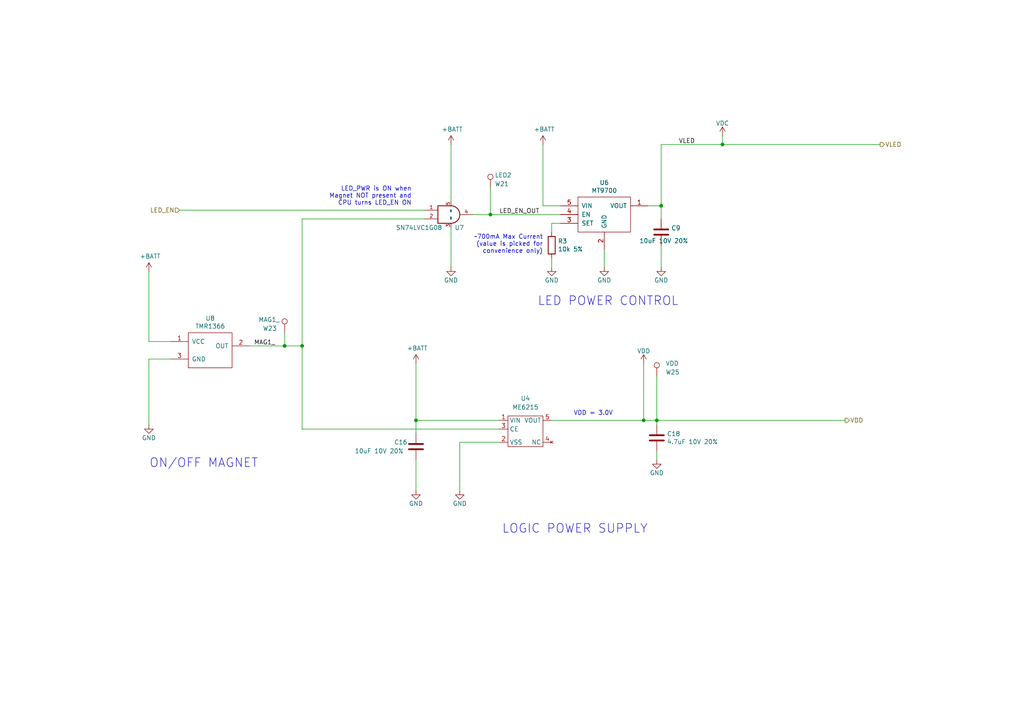
<source format=kicad_sch>
(kicad_sch (version 20230121) (generator eeschema)
  (paper "A4")
  (title_block (title "Pixels D20 Schematic, Power") (date "2020-04-13") (rev "2") (company "Systemic Games, LLC"))
  (lib_symbols
    (symbol "Device:C" (pin_numbers hide) (pin_names (offset 0.254))
      (property "Reference" "C" (at 0.635 2.54 0))
      (property "Value" "C" (at 0.635 -2.54 0))
      (symbol "C_0_1"
        (polyline (pts (xy -2.032 -0.762) (xy 2.032 -0.762)) (stroke (width 0.508)))
        (polyline (pts (xy -2.032 0.762) (xy 2.032 0.762)) (stroke (width 0.508)))
      )
      (symbol "C_1_1"
        (pin passive line (at 0 3.81 270) (length 2.794) (name "~") (number "1"))
        (pin passive line (at 0 -3.81 90) (length 2.794) (name "~") (number "2"))
      )
    )
    (symbol "Device:R" (pin_numbers hide) (pin_names (offset 0))
      (property "Reference" "R" (at 2.032 0 90))
      (property "Value" "R" (at 0 0 90))
      (symbol "R_0_1"
        (rectangle (start -1.016 -2.54) (end 1.016 2.54) (stroke (width 0.254)))
      )
      (symbol "R_1_1"
        (pin passive line (at 0 3.81 270) (length 1.27) (name "~") (number "1"))
        (pin passive line (at 0 -3.81 90) (length 1.27) (name "~") (number "2"))
      )
    )
    (symbol "Pixels-dice:74AHC1G08" (pin_names (offset 1.016))
      (property "Reference" "U" (at -2.54 3.81 0))
      (property "Value" "74AHC1G08" (at 0 -3.81 0))
      (symbol "74AHC1G08_0_1"
        (arc (start 0 -2.54) (mid 2.529 0) (end 0 2.54) (stroke (width 0.254)))
        (polyline (pts (xy 0 -2.54) (xy -3.81 -2.54) (xy -3.81 2.54) (xy 0 2.54)) (stroke (width 0.254)))
      )
      (symbol "74AHC1G08_1_1"
        (pin input line (at -7.62 1.27 0) (length 3.81) (name "~") (number "1"))
        (pin input line (at -7.62 -1.27 0) (length 3.81) (name "~") (number "2"))
        (pin power_in line (at 0 -3.81 90) (length 1.27) (name "GND") (number "3"))
        (pin output line (at 6.35 0 180) (length 3.81) (name "~") (number "4"))
        (pin power_in line (at 0 3.81 270) (length 1.27) (name "VCC") (number "5"))
      )
    )
    (symbol "Pixels-dice:ME6215"
      (property "Reference" "U" (at 3.175 -6.35 0))
      (property "Value" "ME6215" (at 0 5.08 0))
      (symbol "ME6215_0_1"
        (rectangle (start -5.08 3.81) (end 5.08 -5.08))
      )
      (symbol "ME6215_1_1"
        (pin power_in line (at -7.62 2.54 0) (length 2.54) (name "VIN") (number "1"))
        (pin power_in line (at -7.62 -3.81 0) (length 2.54) (name "VSS") (number "2"))
        (pin input line (at -7.62 0 0) (length 2.54) (name "CE") (number "3"))
        (pin no_connect line (at 7.62 -3.81 180) (length 2.54) (name "NC") (number "4"))
        (pin power_out line (at 7.62 2.54 180) (length 2.54) (name "VOUT") (number "5"))
      )
    )
    (symbol "Pixels-dice:MT9700" (pin_names (offset 1.016))
      (property "Reference" "U" (at 6.35 -6.35 0))
      (property "Value" "MT9700" (at 0 6.35 0))
      (symbol "MT9700_0_1"
        (rectangle (start -7.62 5.08) (end 7.62 -5.08))
      )
      (symbol "MT9700_1_1"
        (pin power_out line (at 12.7 2.54 180) (length 5.08) (name "VOUT") (number "1"))
        (pin power_in line (at 0 -10.16 90) (length 5.08) (name "GND") (number "2"))
        (pin input line (at -12.7 -2.54 0) (length 5.08) (name "SET") (number "3"))
        (pin input line (at -12.7 0 0) (length 5.08) (name "EN") (number "4"))
        (pin power_in line (at -12.7 2.54 0) (length 5.08) (name "VIN") (number "5"))
      )
    )
    (symbol "Pixels-dice:TEST_1P-conn" (pin_numbers hide) (pin_names (offset 0.762) hide)
      (property "Reference" "W" (at 0 6.858 0))
      (property "Value" "TEST_1P-conn" (at 0 5.08 0))
      (symbol "TEST_1P-conn_0_1"
        (circle (center 0 3.302) (radius 0.762))
      )
      (symbol "TEST_1P-conn_1_1"
        (pin passive line (at 0 0 90) (length 2.54) (name "1") (number "1"))
      )
    )
    (symbol "Pixels-dice:TMR1366" (pin_names (offset 1.016))
      (property "Reference" "U" (at 3.81 -6.35 0))
      (property "Value" "TMR1366" (at 0 6.35 0))
      (symbol "TMR1366_1_1"
        (rectangle (start -6.35 5.08) (end 6.35 -5.08))
        (pin power_in line (at -11.43 2.54 0) (length 5.08) (name "VCC") (number "1"))
        (pin output line (at 11.43 1.27 180) (length 5.08) (name "OUT") (number "2"))
        (pin power_in line (at -11.43 -2.54 0) (length 5.08) (name "GND") (number "3"))
      )
    )
    (symbol "TEST_1P-conn_1" (pin_numbers hide) (pin_names (offset 0.762) hide) (in_bom no)
      (property "Reference" "W" (at 0 6.858 0))
      (property "Value" "TEST_1P-conn_1" (at 0 5.08 0))
      (symbol "TEST_1P-conn_1_0_1"
        (circle (center 0 3.302) (radius 0.762))
      )
      (symbol "TEST_1P-conn_1_1_1"
        (pin passive line (at 0 0 90) (length 2.54) (name "1") (number "1"))
      )
    )
    (symbol "power:+BATT" (power) (pin_names (offset 0))
      (property "Value" "+BATT" (at 0 3.556 0))
      (symbol "+BATT_0_1"
        (polyline (pts (xy -0.762 1.27) (xy 0 2.54)))
        (polyline (pts (xy 0 0) (xy 0 2.54)))
        (polyline (pts (xy 0 2.54) (xy 0.762 1.27)))
      )
      (symbol "+BATT_1_1"
        (pin power_in line (at 0 0 90) (length 0) hide (name "+BATT") (number "1"))
      )
    )
    (symbol "power:GND" (power) (pin_names (offset 0))
      (property "Value" "GND" (at 0 -3.81 0))
      (symbol "GND_0_1"
        (polyline (pts (xy 0 0) (xy 0 -1.27) (xy 1.27 -1.27) (xy 0 -2.54) (xy -1.27 -1.27) (xy 0 -1.27)))
      )
      (symbol "GND_1_1"
        (pin power_in line (at 0 0 270) (length 0) hide (name "GND") (number "1"))
      )
    )
    (symbol "power:VDC" (power) (pin_names (offset 0))
      (property "Value" "VDC" (at 0 6.35 0))
      (symbol "VDC_0_1"
        (polyline (pts (xy -0.762 1.27) (xy 0 2.54)))
        (polyline (pts (xy 0 0) (xy 0 2.54)))
        (polyline (pts (xy 0 2.54) (xy 0.762 1.27)))
      )
      (symbol "VDC_1_1"
        (pin power_in line (at 0 0 90) (length 0) hide (name "VDC") (number "1"))
      )
    )
    (symbol "power:VDD" (power) (pin_names (offset 0))
      (property "Value" "VDD" (at 0 3.81 0))
      (symbol "VDD_0_1"
        (polyline (pts (xy -0.762 1.27) (xy 0 2.54)))
        (polyline (pts (xy 0 0) (xy 0 2.54)))
        (polyline (pts (xy 0 2.54) (xy 0.762 1.27)))
      )
      (symbol "VDD_1_1"
        (pin power_in line (at 0 0 90) (length 0) hide (name "VDD") (number "1"))
      )
    )
  )
  (junction (at 142.24 62.23))
  (junction (at 209.55 41.91))
  (junction (at 190.5 121.92))
  (junction (at 186.69 121.92))
  (junction (at 87.63 100.33))
  (junction (at 82.55 100.33))
  (junction (at 120.65 121.92))
  (junction (at 191.77 59.69))
  (wire (pts (xy 87.63 100.33) (xy 82.55 100.33)))
  (wire (pts (xy 43.18 78.74) (xy 43.18 99.06)))
  (wire (pts (xy 190.5 121.92) (xy 245.11 121.92)))
  (wire (pts (xy 49.53 104.14) (xy 43.18 104.14)))
  (wire (pts (xy 255.27 41.91) (xy 209.55 41.91)))
  (wire (pts (xy 175.26 72.39) (xy 175.26 77.47)))
  (wire (pts (xy 186.69 121.92) (xy 190.5 121.92)))
  (wire (pts (xy 52.07 60.96) (xy 123.19 60.96)))
  (wire (pts (xy 43.18 104.14) (xy 43.18 123.19)))
  (wire (pts (xy 120.65 133.35) (xy 120.65 142.24)))
  (wire (pts (xy 191.77 63.5) (xy 191.77 59.69)))
  (wire (pts (xy 120.65 121.92) (xy 120.65 125.73)))
  (wire (pts (xy 209.55 41.91) (xy 191.77 41.91)))
  (wire (pts (xy 162.56 59.69) (xy 157.48 59.69)))
  (wire (pts (xy 87.63 63.5) (xy 87.63 100.33)))
  (wire (pts (xy 130.81 66.04) (xy 130.81 77.47)))
  (wire (pts (xy 144.78 128.27) (xy 133.35 128.27)))
  (wire (pts (xy 43.18 99.06) (xy 49.53 99.06)))
  (wire (pts (xy 130.81 41.91) (xy 130.81 58.42)))
  (wire (pts (xy 142.24 62.23) (xy 162.56 62.23)))
  (wire (pts (xy 209.55 39.37) (xy 209.55 41.91)))
  (wire (pts (xy 162.56 64.77) (xy 160.02 64.77)))
  (wire (pts (xy 160.02 74.93) (xy 160.02 77.47)))
  (wire (pts (xy 137.16 62.23) (xy 142.24 62.23)))
  (wire (pts (xy 133.35 128.27) (xy 133.35 142.24)))
  (wire (pts (xy 87.63 124.46) (xy 144.78 124.46)))
  (wire (pts (xy 190.5 109.22) (xy 190.5 121.92)))
  (wire (pts (xy 186.69 105.41) (xy 186.69 121.92)))
  (wire (pts (xy 82.55 100.33) (xy 72.39 100.33)))
  (wire (pts (xy 120.65 121.92) (xy 144.78 121.92)))
  (wire (pts (xy 160.02 64.77) (xy 160.02 67.31)))
  (wire (pts (xy 190.5 121.92) (xy 190.5 123.19)))
  (wire (pts (xy 187.96 59.69) (xy 191.77 59.69)))
  (wire (pts (xy 87.63 100.33) (xy 87.63 124.46)))
  (wire (pts (xy 157.48 41.91) (xy 157.48 59.69)))
  (wire (pts (xy 142.24 54.61) (xy 142.24 62.23)))
  (wire (pts (xy 191.77 41.91) (xy 191.77 59.69)))
  (wire (pts (xy 160.02 121.92) (xy 186.69 121.92)))
  (wire (pts (xy 82.55 96.52) (xy 82.55 100.33)))
  (wire (pts (xy 87.63 63.5) (xy 123.19 63.5)))
  (wire (pts (xy 191.77 71.12) (xy 191.77 77.47)))
  (wire (pts (xy 120.65 105.41) (xy 120.65 121.92)))
  (wire (pts (xy 190.5 130.81) (xy 190.5 133.35)))
  (text "ON/OFF MAGNET" (at 74.93 135.89 0) (effects (font (size 2.54 2.54)) (justify right bottom)))
  (text "LED_PWR is ON when\nMagnet NOT present and\nCPU turns LED_EN ON" (at 119.38 59.69 0) (effects (font (size 1.27 1.27)) (justify right bottom)))
  (text "LOGIC POWER SUPPLY" (at 187.96 154.94 0) (effects (font (size 2.54 2.54)) (justify right bottom)))
  (text "VDD = 3.0V" (at 177.8 120.65 0) (effects (font (size 1.27 1.27)) (justify right bottom)))
  (text "LED POWER CONTROL" (at 196.85 88.9 0) (effects (font (size 2.54 2.54)) (justify right bottom)))
  (text "~700mA Max Current\n(value is picked for\nconvenience only)" (at 157.48 73.66 0) (effects (font (size 1.27 1.27)) (justify right bottom)))
  (label "MAG1_" (at 73.66 100.33 0))
  (label "VLED" (at 196.85 41.91 0))
  (label "LED_EN_OUT" (at 144.78 62.23 0))
  (hierarchical_label "LED_EN" (shape input) (at 52.07 60.96 180))
  (hierarchical_label "VDD" (shape output) (at 245.11 121.92 0))
  (hierarchical_label "VLED" (shape output) (at 255.27 41.91 0))
  (symbol (lib_id "Pixels-dice:TEST_1P-conn") (at 142.24 54.61 0) (unit 1)
    (property "Reference" "W21" (at 143.51 53.34 0) (effects (justify left)))
    (property "Value" "LED2" (at 143.51 50.8 0) (effects (justify left)))
    (property "Footprint" "Pixels-dice:TEST_PIN" (effects hide))
    (property "Generic OK" "N/A" (effects hide))
  )
  (symbol (lib_id "power:+BATT") (at 157.48 41.91 0) (unit 1)
    (property "Reference" "#PWR033" (effects hide))
    (property "Value" "+BATT" (at 157.861 37.5158 0))
  )
  (symbol (lib_id "power:GND") (at 175.26 77.47 0) (unit 1)
    (property "Reference" "#PWR038" (effects hide))
    (property "Value" "GND" (at 175.26 81.28 0))
  )
  (symbol (lib_id "power:GND") (at 43.18 123.19 0) (unit 1)
    (property "Reference" "#PWR039" (effects hide))
    (property "Value" "GND" (at 43.18 127 0))
  )
  (symbol (lib_id "power:+BATT") (at 43.18 78.74 0) (unit 1)
    (property "Reference" "#PWR036" (effects hide))
    (property "Value" "+BATT" (at 43.561 74.3458 0))
  )
  (symbol (lib_id "Pixels-dice:TEST_1P-conn") (at 82.55 96.52 0) (unit 1)
    (property "Reference" "W23" (at 76.2 95.25 0) (effects (justify left)))
    (property "Value" "MAG1_" (at 74.93 92.71 0) (effects (justify left)))
    (property "Footprint" "Pixels-dice:TEST_PIN" (effects hide))
    (property "Generic OK" "N/A" (effects hide))
  )
  (symbol (lib_id "Pixels-dice:74AHC1G08") (at 130.81 62.23 0) (unit 1)
    (property "Reference" "U7" (at 134.62 66.04 0) (effects (justify right)))
    (property "Value" "SN74LVC1G08" (at 128.27 66.04 0) (effects (justify right)))
    (property "Footprint" "Pixels-dice:SOT-353_SC-70-5" (effects hide))
    (property "Datasheet" "http://www.ti.com/lit/sg/scyt129e/scyt129e.pdf" (effects hide))
    (property "Generic OK" "YES" (effects hide))
    (property "Manufacturer" "UMW(Youtai Semiconductor Co., Ltd.)" (effects hide))
    (property "Manufacturer Part Number" "SN74LVC1G08DCKR" (effects hide))
    (property "Pixels Part Number" "SMD-U007" (effects hide))
  )
  (symbol (lib_id "power:+BATT") (at 130.81 41.91 0) (unit 1)
    (property "Reference" "#PWR020" (effects hide))
    (property "Value" "+BATT" (at 131.191 37.5158 0))
  )
  (symbol (lib_id "power:GND") (at 130.81 77.47 0) (unit 1)
    (property "Reference" "#PWR034" (effects hide))
    (property "Value" "GND" (at 130.81 81.28 0))
  )
  (symbol (lib_id "Pixels-dice:TMR1366") (at 60.96 101.6 0) (unit 1)
    (property "Reference" "U8" (at 60.96 92.329 0))
    (property "Value" "TMR1366" (at 60.96 94.6404 0))
    (property "Footprint" "Package_TO_SOT_SMD:SOT-23" (effects hide))
    (property "Generic OK" "NO" (effects hide))
    (property "Manufacturer" "Multi Dimension" (effects hide))
    (property "Manufacturer Part Number" "TMR1366S" (effects hide))
    (property "Pixels Part Number" "SMD-U008-ALT8" (effects hide))
  )
  (symbol (lib_id "Device:C") (at 191.77 67.31 0) (unit 1)
    (property "Reference" "C9" (at 194.691 66.1416 0) (effects (justify left)))
    (property "Value" "10uF 10V 20%" (at 185.42 69.85 0) (effects (justify left)))
    (property "Footprint" "Pixels-dice:C_0402_1005Metric" (effects hide))
    (property "Generic OK" "YES" (effects hide))
    (property "Pixels Part Number" "SMD-C002" (effects hide))
    (property "Manufacturer" "Murata" (effects hide))
    (property "Manufacturer Part Number" "GRM155R61A106ME44D " (effects hide))
  )
  (symbol (lib_id "power:GND") (at 191.77 77.47 0) (unit 1)
    (property "Reference" "#PWR0142" (effects hide))
    (property "Value" "GND" (at 191.77 81.28 0))
  )
  (symbol (lib_id "Pixels-dice:MT9700") (at 175.26 62.23 0) (unit 1)
    (property "Reference" "U6" (at 175.26 52.959 0))
    (property "Value" "MT9700" (at 175.26 55.2704 0))
    (property "Footprint" "Pixels-dice:SOT-23-5" (effects hide))
    (property "Manufacturer" "XI'AN Aerosemi Tech" (effects hide))
    (property "Manufacturer Part Number" "MT9700" (effects hide))
    (property "Pixels Part Number" "SMD-U006-ALT2" (effects hide))
    (property "Generic OK" "NO" (effects hide))
  )
  (symbol (lib_id "Device:R") (at 160.02 71.12 0) (unit 1)
    (property "Reference" "R3" (at 161.798 69.9516 0) (effects (justify left)))
    (property "Value" "10k 5%" (at 161.798 72.263 0) (effects (justify left)))
    (property "Footprint" "Resistor_SMD:R_0402_1005Metric" (effects hide))
    (property "Generic OK" "YES" (effects hide))
    (property "Manufacturer" "UNI-ROYAL(Uniroyal Elec)" (effects hide))
    (property "Manufacturer Part Number" "0402WGJ0103TCE" (effects hide))
    (property "Pixels Part Number" "SMD-R002" (effects hide))
  )
  (symbol (lib_id "power:GND") (at 160.02 77.47 0) (unit 1)
    (property "Reference" "#PWR0101" (effects hide))
    (property "Value" "GND" (at 160.02 81.28 0))
  )
  (symbol (lib_id "power:VDD") (at 186.69 105.41 0) (unit 1)
    (property "Reference" "#PWR0156" (effects hide))
    (property "Value" "VDD" (at 186.69 101.8055 0))
  )
  (symbol (lib_id "power:VDC") (at 209.55 39.37 0) (unit 1)
    (property "Reference" "#PWR026" (effects hide))
    (property "Value" "VDC" (at 209.55 35.7655 0))
  )
  (symbol (lib_id "power:GND") (at 120.65 142.24 0) (unit 1)
    (property "Reference" "#PWR0158" (effects hide))
    (property "Value" "GND" (at 120.65 146.05 0))
  )
  (symbol (lib_id "Device:C") (at 190.5 127 0) (unit 1)
    (property "Reference" "C18" (at 193.421 125.8316 0) (effects (justify left)))
    (property "Value" "4.7uF 10V 20%" (at 193.421 128.143 0) (effects (justify left)))
    (property "Footprint" "Pixels-dice:C_0402_1005Metric" (effects hide))
    (property "Generic OK" "YES" (effects hide))
    (property "Pixels Part Number" "SMD-C002" (effects hide))
    (property "Manufacturer" "Murata" (effects hide))
    (property "Manufacturer Part Number" "GRM155R61A475MEAAJ" (effects hide))
  )
  (symbol (lib_id "power:+BATT") (at 120.65 105.41 0) (unit 1)
    (property "Reference" "#PWR0157" (effects hide))
    (property "Value" "+BATT" (at 121.031 101.0158 0))
  )
  (symbol (lib_id "Pixels-dice:ME6215") (at 152.4 124.46 0) (unit 1)
    (property "Reference" "U4" (at 152.4 115.57 0))
    (property "Value" "ME6215" (at 152.4 118.11 0))
    (property "Footprint" "Pixels-dice:SOT-23-5" (effects hide))
    (property "Generic OK" "NO" (effects hide))
    (property "Manufacturer" "MICRONE(Nanjing Micro One Elec)" (effects hide))
    (property "Manufacturer Part Number" "ME6215C30M5G" (effects hide))
  )
  (symbol (lib_id "power:GND") (at 190.5 133.35 0) (unit 1)
    (property "Reference" "#PWR0155" (effects hide))
    (property "Value" "GND" (at 190.5 137.16 0))
  )
  (symbol (lib_name "TEST_1P-conn_1") (lib_id "Pixels-dice:TEST_1P-conn") (at 190.5 109.22 0) (unit 1) (in_bom no)
    (property "Reference" "W25" (at 193.04 107.95 0) (effects (justify left)))
    (property "Value" "VDD" (at 193.04 105.41 0) (effects (justify left)))
    (property "Footprint" "Pixels-dice:TEST_PIN" (effects hide))
    (property "Generic OK" "N/A" (effects hide))
  )
  (symbol (lib_id "power:GND") (at 133.35 142.24 0) (unit 1)
    (property "Reference" "#PWR0159" (effects hide))
    (property "Value" "GND" (at 133.35 146.05 0))
  )
  (symbol (lib_id "Device:C") (at 120.65 129.54 0) (unit 1)
    (property "Reference" "C16" (at 114.3 128.27 0) (effects (justify left)))
    (property "Value" "10uF 10V 20%" (at 102.87 130.81 0) (effects (justify left)))
    (property "Footprint" "Pixels-dice:C_0402_1005Metric" (effects hide))
    (property "Generic OK" "YES" (effects hide))
    (property "Pixels Part Number" "SMD-C002" (effects hide))
    (property "Manufacturer" "Murata" (effects hide))
    (property "Manufacturer Part Number" "GRM155R61A106ME44D " (effects hide))
  )
)
</source>
